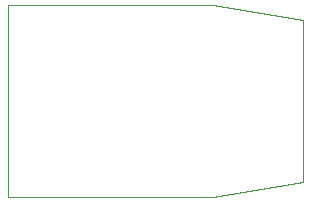
<source format=gbr>
G04 #@! TF.GenerationSoftware,KiCad,Pcbnew,(5.1.4)-1*
G04 #@! TF.CreationDate,2019-09-27T16:29:42+02:00*
G04 #@! TF.ProjectId,JoyAdapter,4a6f7941-6461-4707-9465-722e6b696361,rev?*
G04 #@! TF.SameCoordinates,Original*
G04 #@! TF.FileFunction,Profile,NP*
%FSLAX46Y46*%
G04 Gerber Fmt 4.6, Leading zero omitted, Abs format (unit mm)*
G04 Created by KiCad (PCBNEW (5.1.4)-1) date 2019-09-27 16:29:42*
%MOMM*%
%LPD*%
G04 APERTURE LIST*
%ADD10C,0.050000*%
G04 APERTURE END LIST*
D10*
X25019000Y-6858000D02*
X17399000Y-8128000D01*
X17399000Y8128000D02*
X25019000Y6858000D01*
X0Y-8128000D02*
X0Y0D01*
X17399000Y-8128000D02*
X0Y-8128000D01*
X25019000Y6858000D02*
X25019000Y-6858000D01*
X0Y8128000D02*
X17399000Y8128000D01*
X0Y0D02*
X0Y8128000D01*
M02*

</source>
